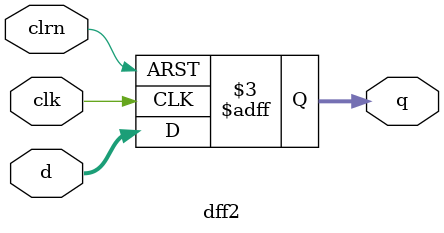
<source format=v>
module dff2(d,clk,clrn,q
    );
	 input [1:0] d;
	 input clk,clrn;
	 output [1:0] q;
    reg [1:0] q;
    always @ (posedge clk or negedge clrn) begin
			if (clrn == 0) q <= 0;
			else				q <= d;
	 end	 
endmodule
</source>
